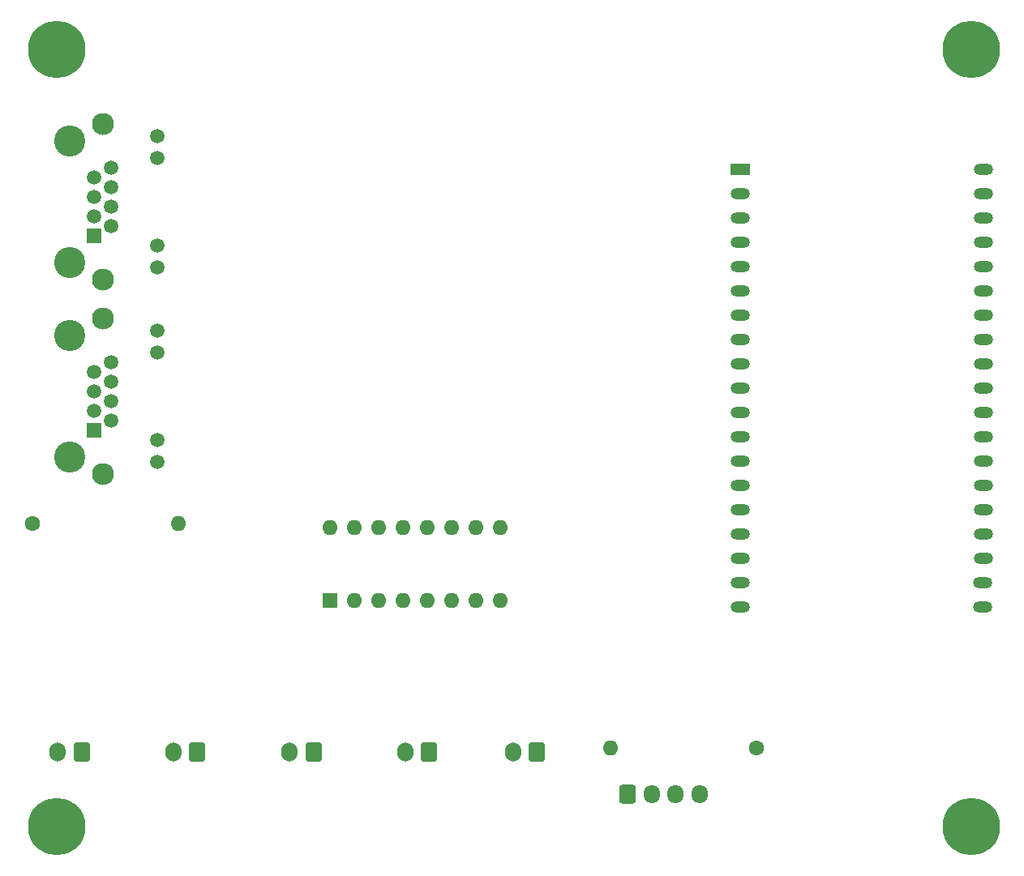
<source format=gbs>
G04 #@! TF.GenerationSoftware,KiCad,Pcbnew,(6.0.11)*
G04 #@! TF.CreationDate,2023-03-05T16:18:30-05:00*
G04 #@! TF.ProjectId,pre-thermal-throttle-pcb,7072652d-7468-4657-926d-616c2d746872,rev?*
G04 #@! TF.SameCoordinates,Original*
G04 #@! TF.FileFunction,Soldermask,Bot*
G04 #@! TF.FilePolarity,Negative*
%FSLAX46Y46*%
G04 Gerber Fmt 4.6, Leading zero omitted, Abs format (unit mm)*
G04 Created by KiCad (PCBNEW (6.0.11)) date 2023-03-05 16:18:30*
%MOMM*%
%LPD*%
G01*
G04 APERTURE LIST*
G04 Aperture macros list*
%AMRoundRect*
0 Rectangle with rounded corners*
0 $1 Rounding radius*
0 $2 $3 $4 $5 $6 $7 $8 $9 X,Y pos of 4 corners*
0 Add a 4 corners polygon primitive as box body*
4,1,4,$2,$3,$4,$5,$6,$7,$8,$9,$2,$3,0*
0 Add four circle primitives for the rounded corners*
1,1,$1+$1,$2,$3*
1,1,$1+$1,$4,$5*
1,1,$1+$1,$6,$7*
1,1,$1+$1,$8,$9*
0 Add four rect primitives between the rounded corners*
20,1,$1+$1,$2,$3,$4,$5,0*
20,1,$1+$1,$4,$5,$6,$7,0*
20,1,$1+$1,$6,$7,$8,$9,0*
20,1,$1+$1,$8,$9,$2,$3,0*%
G04 Aperture macros list end*
%ADD10RoundRect,0.250000X0.600000X0.750000X-0.600000X0.750000X-0.600000X-0.750000X0.600000X-0.750000X0*%
%ADD11O,1.700000X2.000000*%
%ADD12C,0.800000*%
%ADD13C,6.000000*%
%ADD14R,1.600000X1.600000*%
%ADD15O,1.600000X1.600000*%
%ADD16C,3.250000*%
%ADD17R,1.500000X1.500000*%
%ADD18C,1.500000*%
%ADD19C,2.300000*%
%ADD20RoundRect,0.250000X-0.600000X-0.725000X0.600000X-0.725000X0.600000X0.725000X-0.600000X0.725000X0*%
%ADD21O,1.700000X1.950000*%
%ADD22C,1.600000*%
%ADD23R,2.000000X1.200000*%
%ADD24O,2.000000X1.200000*%
G04 APERTURE END LIST*
D10*
X181147000Y-122555000D03*
D11*
X178647000Y-122555000D03*
D12*
X140649010Y-50739990D03*
X140649010Y-47558010D03*
X144490000Y-49149000D03*
X143830990Y-50739990D03*
X139990000Y-49149000D03*
X143830990Y-47558010D03*
D13*
X142240000Y-49149000D03*
D12*
X142240000Y-46899000D03*
X142240000Y-51399000D03*
D14*
X170830000Y-106670000D03*
D15*
X173370000Y-106670000D03*
X175910000Y-106670000D03*
X178450000Y-106670000D03*
X180990000Y-106670000D03*
X183530000Y-106670000D03*
X186070000Y-106670000D03*
X188610000Y-106670000D03*
X188610000Y-99050000D03*
X186070000Y-99050000D03*
X183530000Y-99050000D03*
X180990000Y-99050000D03*
X178450000Y-99050000D03*
X175910000Y-99050000D03*
X173370000Y-99050000D03*
X170830000Y-99050000D03*
D16*
X143635000Y-58670000D03*
X143635000Y-71370000D03*
D17*
X146175000Y-68580000D03*
D18*
X147955000Y-67564000D03*
X146175000Y-66548000D03*
X147955000Y-65532000D03*
X146175000Y-64516000D03*
X147955000Y-63500000D03*
X146175000Y-62484000D03*
X147955000Y-61468000D03*
X152775000Y-71880000D03*
X152775000Y-69590000D03*
X152775000Y-60450000D03*
X152775000Y-58160000D03*
D19*
X147065000Y-56890000D03*
X147065000Y-73150000D03*
D10*
X192410000Y-122545000D03*
D11*
X189910000Y-122545000D03*
D12*
X239334990Y-47558010D03*
X237744000Y-51399000D03*
X239994000Y-49149000D03*
X239334990Y-50739990D03*
X236153010Y-47558010D03*
X237744000Y-46899000D03*
X235494000Y-49149000D03*
X236153010Y-50739990D03*
D13*
X237744000Y-49149000D03*
D10*
X169082000Y-122555000D03*
D11*
X166582000Y-122555000D03*
D10*
X144878000Y-122545000D03*
D11*
X142378000Y-122545000D03*
D16*
X143635000Y-78990000D03*
X143635000Y-91690000D03*
D17*
X146175000Y-88900000D03*
D18*
X147955000Y-87884000D03*
X146175000Y-86868000D03*
X147955000Y-85852000D03*
X146175000Y-84836000D03*
X147955000Y-83820000D03*
X146175000Y-82804000D03*
X147955000Y-81788000D03*
X152775000Y-92200000D03*
X152775000Y-89910000D03*
X152775000Y-80770000D03*
X152775000Y-78480000D03*
D19*
X147065000Y-93470000D03*
X147065000Y-77210000D03*
D12*
X142240000Y-128052000D03*
X139990000Y-130302000D03*
X144490000Y-130302000D03*
X143830990Y-131892990D03*
X142240000Y-132552000D03*
D13*
X142240000Y-130302000D03*
D12*
X143830990Y-128711010D03*
X140649010Y-128711010D03*
X140649010Y-131892990D03*
D20*
X201884000Y-126948000D03*
D21*
X204384000Y-126948000D03*
X206884000Y-126948000D03*
X209384000Y-126948000D03*
D10*
X156943000Y-122555000D03*
D11*
X154443000Y-122555000D03*
D12*
X239334990Y-131892990D03*
X236153010Y-128711010D03*
X239994000Y-130302000D03*
X237744000Y-128052000D03*
X237744000Y-132552000D03*
D13*
X237744000Y-130302000D03*
D12*
X239334990Y-128711010D03*
X235494000Y-130302000D03*
X236153010Y-131892990D03*
D22*
X139700000Y-98679000D03*
D15*
X154940000Y-98679000D03*
D23*
X213614000Y-61630560D03*
D24*
X213614000Y-64170560D03*
X213614000Y-66710560D03*
X213614000Y-69250560D03*
X213614000Y-71790560D03*
X213614000Y-74330560D03*
X213614000Y-76870560D03*
X213614000Y-79410560D03*
X213614000Y-81950560D03*
X213614000Y-84490560D03*
X213614000Y-87030560D03*
X213614000Y-89570560D03*
X213614000Y-92110560D03*
X213614000Y-94650560D03*
X213614000Y-97190560D03*
X213614000Y-99730560D03*
X213614000Y-102270560D03*
X213614000Y-104810560D03*
X213614000Y-107350560D03*
X239010320Y-107347840D03*
X239010320Y-104807840D03*
X239014000Y-102270560D03*
X239014000Y-99730560D03*
X239014000Y-97190560D03*
X239014000Y-94650560D03*
X239014000Y-92110560D03*
X239014000Y-89570560D03*
X239014000Y-87030560D03*
X239014000Y-84490560D03*
X239014000Y-81950560D03*
X239014000Y-79410560D03*
X239014000Y-76870560D03*
X239014000Y-74330560D03*
X239014000Y-71790560D03*
X239014000Y-69250560D03*
X239014000Y-66710560D03*
X239014000Y-64170560D03*
X239014000Y-61630560D03*
D22*
X215346000Y-122122000D03*
D15*
X200106000Y-122122000D03*
M02*

</source>
